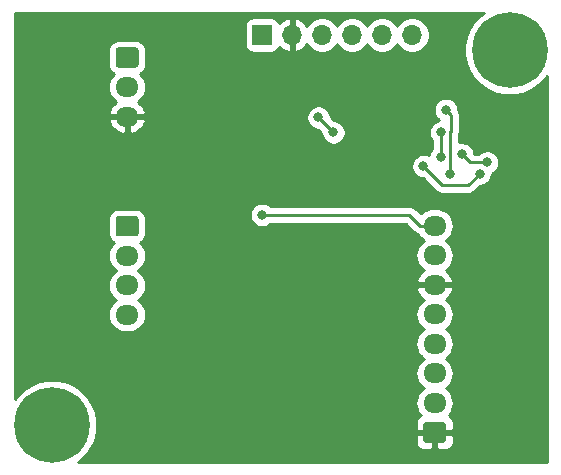
<source format=gbr>
G04 #@! TF.GenerationSoftware,KiCad,Pcbnew,(5.1.5)-3*
G04 #@! TF.CreationDate,2020-09-26T22:29:55+02:00*
G04 #@! TF.ProjectId,KnokooPedalCtrl,4b6e6f6b-6f6f-4506-9564-616c4374726c,v0.0*
G04 #@! TF.SameCoordinates,Original*
G04 #@! TF.FileFunction,Copper,L2,Bot*
G04 #@! TF.FilePolarity,Positive*
%FSLAX46Y46*%
G04 Gerber Fmt 4.6, Leading zero omitted, Abs format (unit mm)*
G04 Created by KiCad (PCBNEW (5.1.5)-3) date 2020-09-26 22:29:55*
%MOMM*%
%LPD*%
G04 APERTURE LIST*
%ADD10O,1.950000X1.700000*%
%ADD11C,0.100000*%
%ADD12O,1.700000X1.700000*%
%ADD13R,1.700000X1.700000*%
%ADD14C,0.800000*%
%ADD15C,6.400000*%
%ADD16C,0.250000*%
%ADD17C,0.254000*%
G04 APERTURE END LIST*
D10*
X64770000Y-82112500D03*
X64770000Y-79612500D03*
X64770000Y-77112500D03*
G04 #@! TA.AperFunction,ComponentPad*
D11*
G36*
X65519504Y-73763704D02*
G01*
X65543773Y-73767304D01*
X65567571Y-73773265D01*
X65590671Y-73781530D01*
X65612849Y-73792020D01*
X65633893Y-73804633D01*
X65653598Y-73819247D01*
X65671777Y-73835723D01*
X65688253Y-73853902D01*
X65702867Y-73873607D01*
X65715480Y-73894651D01*
X65725970Y-73916829D01*
X65734235Y-73939929D01*
X65740196Y-73963727D01*
X65743796Y-73987996D01*
X65745000Y-74012500D01*
X65745000Y-75212500D01*
X65743796Y-75237004D01*
X65740196Y-75261273D01*
X65734235Y-75285071D01*
X65725970Y-75308171D01*
X65715480Y-75330349D01*
X65702867Y-75351393D01*
X65688253Y-75371098D01*
X65671777Y-75389277D01*
X65653598Y-75405753D01*
X65633893Y-75420367D01*
X65612849Y-75432980D01*
X65590671Y-75443470D01*
X65567571Y-75451735D01*
X65543773Y-75457696D01*
X65519504Y-75461296D01*
X65495000Y-75462500D01*
X64045000Y-75462500D01*
X64020496Y-75461296D01*
X63996227Y-75457696D01*
X63972429Y-75451735D01*
X63949329Y-75443470D01*
X63927151Y-75432980D01*
X63906107Y-75420367D01*
X63886402Y-75405753D01*
X63868223Y-75389277D01*
X63851747Y-75371098D01*
X63837133Y-75351393D01*
X63824520Y-75330349D01*
X63814030Y-75308171D01*
X63805765Y-75285071D01*
X63799804Y-75261273D01*
X63796204Y-75237004D01*
X63795000Y-75212500D01*
X63795000Y-74012500D01*
X63796204Y-73987996D01*
X63799804Y-73963727D01*
X63805765Y-73939929D01*
X63814030Y-73916829D01*
X63824520Y-73894651D01*
X63837133Y-73873607D01*
X63851747Y-73853902D01*
X63868223Y-73835723D01*
X63886402Y-73819247D01*
X63906107Y-73804633D01*
X63927151Y-73792020D01*
X63949329Y-73781530D01*
X63972429Y-73773265D01*
X63996227Y-73767304D01*
X64020496Y-73763704D01*
X64045000Y-73762500D01*
X65495000Y-73762500D01*
X65519504Y-73763704D01*
G37*
G04 #@! TD.AperFunction*
D12*
X88900000Y-58420000D03*
X86360000Y-58420000D03*
X83820000Y-58420000D03*
X81280000Y-58420000D03*
X78740000Y-58420000D03*
D13*
X76200000Y-58420000D03*
D10*
X90805000Y-74575000D03*
X90805000Y-77075000D03*
X90805000Y-79575000D03*
X90805000Y-82075000D03*
X90805000Y-84575000D03*
X90805000Y-87075000D03*
X90805000Y-89575000D03*
G04 #@! TA.AperFunction,ComponentPad*
D11*
G36*
X91554504Y-91226204D02*
G01*
X91578773Y-91229804D01*
X91602571Y-91235765D01*
X91625671Y-91244030D01*
X91647849Y-91254520D01*
X91668893Y-91267133D01*
X91688598Y-91281747D01*
X91706777Y-91298223D01*
X91723253Y-91316402D01*
X91737867Y-91336107D01*
X91750480Y-91357151D01*
X91760970Y-91379329D01*
X91769235Y-91402429D01*
X91775196Y-91426227D01*
X91778796Y-91450496D01*
X91780000Y-91475000D01*
X91780000Y-92675000D01*
X91778796Y-92699504D01*
X91775196Y-92723773D01*
X91769235Y-92747571D01*
X91760970Y-92770671D01*
X91750480Y-92792849D01*
X91737867Y-92813893D01*
X91723253Y-92833598D01*
X91706777Y-92851777D01*
X91688598Y-92868253D01*
X91668893Y-92882867D01*
X91647849Y-92895480D01*
X91625671Y-92905970D01*
X91602571Y-92914235D01*
X91578773Y-92920196D01*
X91554504Y-92923796D01*
X91530000Y-92925000D01*
X90080000Y-92925000D01*
X90055496Y-92923796D01*
X90031227Y-92920196D01*
X90007429Y-92914235D01*
X89984329Y-92905970D01*
X89962151Y-92895480D01*
X89941107Y-92882867D01*
X89921402Y-92868253D01*
X89903223Y-92851777D01*
X89886747Y-92833598D01*
X89872133Y-92813893D01*
X89859520Y-92792849D01*
X89849030Y-92770671D01*
X89840765Y-92747571D01*
X89834804Y-92723773D01*
X89831204Y-92699504D01*
X89830000Y-92675000D01*
X89830000Y-91475000D01*
X89831204Y-91450496D01*
X89834804Y-91426227D01*
X89840765Y-91402429D01*
X89849030Y-91379329D01*
X89859520Y-91357151D01*
X89872133Y-91336107D01*
X89886747Y-91316402D01*
X89903223Y-91298223D01*
X89921402Y-91281747D01*
X89941107Y-91267133D01*
X89962151Y-91254520D01*
X89984329Y-91244030D01*
X90007429Y-91235765D01*
X90031227Y-91229804D01*
X90055496Y-91226204D01*
X90080000Y-91225000D01*
X91530000Y-91225000D01*
X91554504Y-91226204D01*
G37*
G04 #@! TD.AperFunction*
D10*
X64770000Y-65325000D03*
X64770000Y-62825000D03*
G04 #@! TA.AperFunction,ComponentPad*
D11*
G36*
X65519504Y-59476204D02*
G01*
X65543773Y-59479804D01*
X65567571Y-59485765D01*
X65590671Y-59494030D01*
X65612849Y-59504520D01*
X65633893Y-59517133D01*
X65653598Y-59531747D01*
X65671777Y-59548223D01*
X65688253Y-59566402D01*
X65702867Y-59586107D01*
X65715480Y-59607151D01*
X65725970Y-59629329D01*
X65734235Y-59652429D01*
X65740196Y-59676227D01*
X65743796Y-59700496D01*
X65745000Y-59725000D01*
X65745000Y-60925000D01*
X65743796Y-60949504D01*
X65740196Y-60973773D01*
X65734235Y-60997571D01*
X65725970Y-61020671D01*
X65715480Y-61042849D01*
X65702867Y-61063893D01*
X65688253Y-61083598D01*
X65671777Y-61101777D01*
X65653598Y-61118253D01*
X65633893Y-61132867D01*
X65612849Y-61145480D01*
X65590671Y-61155970D01*
X65567571Y-61164235D01*
X65543773Y-61170196D01*
X65519504Y-61173796D01*
X65495000Y-61175000D01*
X64045000Y-61175000D01*
X64020496Y-61173796D01*
X63996227Y-61170196D01*
X63972429Y-61164235D01*
X63949329Y-61155970D01*
X63927151Y-61145480D01*
X63906107Y-61132867D01*
X63886402Y-61118253D01*
X63868223Y-61101777D01*
X63851747Y-61083598D01*
X63837133Y-61063893D01*
X63824520Y-61042849D01*
X63814030Y-61020671D01*
X63805765Y-60997571D01*
X63799804Y-60973773D01*
X63796204Y-60949504D01*
X63795000Y-60925000D01*
X63795000Y-59725000D01*
X63796204Y-59700496D01*
X63799804Y-59676227D01*
X63805765Y-59652429D01*
X63814030Y-59629329D01*
X63824520Y-59607151D01*
X63837133Y-59586107D01*
X63851747Y-59566402D01*
X63868223Y-59548223D01*
X63886402Y-59531747D01*
X63906107Y-59517133D01*
X63927151Y-59504520D01*
X63949329Y-59494030D01*
X63972429Y-59485765D01*
X63996227Y-59479804D01*
X64020496Y-59476204D01*
X64045000Y-59475000D01*
X65495000Y-59475000D01*
X65519504Y-59476204D01*
G37*
G04 #@! TD.AperFunction*
D14*
X60117056Y-89742944D03*
X58420000Y-89040000D03*
X56722944Y-89742944D03*
X56020000Y-91440000D03*
X56722944Y-93137056D03*
X58420000Y-93840000D03*
X60117056Y-93137056D03*
X60820000Y-91440000D03*
D15*
X58420000Y-91440000D03*
D14*
X98852056Y-57992944D03*
X97155000Y-57290000D03*
X95457944Y-57992944D03*
X94755000Y-59690000D03*
X95457944Y-61387056D03*
X97155000Y-62090000D03*
X98852056Y-61387056D03*
X99555000Y-59690000D03*
D15*
X97155000Y-59690000D03*
D14*
X77470000Y-83820000D03*
X89852500Y-69532500D03*
X94615000Y-70167500D03*
X91349990Y-68769832D03*
X91349990Y-66667472D03*
X92075000Y-70167500D03*
X91757500Y-64770000D03*
X76200000Y-73660000D03*
X95250000Y-69215000D03*
X93115005Y-68519777D03*
X82232500Y-66675000D03*
X80962500Y-65405000D03*
D16*
X93662500Y-71120000D02*
X94615000Y-70167500D01*
X89852500Y-69532500D02*
X91440000Y-71120000D01*
X91440000Y-71120000D02*
X93662500Y-71120000D01*
X91349990Y-68769832D02*
X91349990Y-66667472D01*
X92157499Y-66592501D02*
X92157499Y-65169999D01*
X92075000Y-66675000D02*
X92157499Y-66592501D01*
X92157499Y-65169999D02*
X91757500Y-64770000D01*
X92075000Y-70167500D02*
X92075000Y-66675000D01*
X92075000Y-66675000D02*
X92075000Y-66544173D01*
X89580000Y-74575000D02*
X88665000Y-73660000D01*
X90805000Y-74575000D02*
X89580000Y-74575000D01*
X88665000Y-73660000D02*
X76200000Y-73660000D01*
X93810228Y-69215000D02*
X93115005Y-68519777D01*
X95250000Y-69215000D02*
X93810228Y-69215000D01*
X82232500Y-66675000D02*
X80962500Y-65405000D01*
D17*
G36*
X94710330Y-56711161D02*
G01*
X94176161Y-57245330D01*
X93756467Y-57873446D01*
X93467377Y-58571372D01*
X93320000Y-59312285D01*
X93320000Y-60067715D01*
X93467377Y-60808628D01*
X93756467Y-61506554D01*
X94176161Y-62134670D01*
X94710330Y-62668839D01*
X95338446Y-63088533D01*
X96036372Y-63377623D01*
X96777285Y-63525000D01*
X97532715Y-63525000D01*
X98273628Y-63377623D01*
X98971554Y-63088533D01*
X99599670Y-62668839D01*
X100133839Y-62134670D01*
X100305001Y-61878509D01*
X100305000Y-70517418D01*
X100305001Y-70517428D01*
X100305000Y-94590000D01*
X60608510Y-94590000D01*
X60864670Y-94418839D01*
X61398839Y-93884670D01*
X61818533Y-93256554D01*
X61955866Y-92925000D01*
X89191928Y-92925000D01*
X89204188Y-93049482D01*
X89240498Y-93169180D01*
X89299463Y-93279494D01*
X89378815Y-93376185D01*
X89475506Y-93455537D01*
X89585820Y-93514502D01*
X89705518Y-93550812D01*
X89830000Y-93563072D01*
X90519250Y-93560000D01*
X90678000Y-93401250D01*
X90678000Y-92202000D01*
X90932000Y-92202000D01*
X90932000Y-93401250D01*
X91090750Y-93560000D01*
X91780000Y-93563072D01*
X91904482Y-93550812D01*
X92024180Y-93514502D01*
X92134494Y-93455537D01*
X92231185Y-93376185D01*
X92310537Y-93279494D01*
X92369502Y-93169180D01*
X92405812Y-93049482D01*
X92418072Y-92925000D01*
X92415000Y-92360750D01*
X92256250Y-92202000D01*
X90932000Y-92202000D01*
X90678000Y-92202000D01*
X89353750Y-92202000D01*
X89195000Y-92360750D01*
X89191928Y-92925000D01*
X61955866Y-92925000D01*
X62107623Y-92558628D01*
X62255000Y-91817715D01*
X62255000Y-91062285D01*
X62107623Y-90321372D01*
X61818533Y-89623446D01*
X61398839Y-88995330D01*
X60864670Y-88461161D01*
X60236554Y-88041467D01*
X59538628Y-87752377D01*
X58797715Y-87605000D01*
X58042285Y-87605000D01*
X57301372Y-87752377D01*
X56603446Y-88041467D01*
X55975330Y-88461161D01*
X55441161Y-88995330D01*
X55270000Y-89251490D01*
X55270000Y-77112500D01*
X63152815Y-77112500D01*
X63181487Y-77403611D01*
X63266401Y-77683534D01*
X63404294Y-77941514D01*
X63589866Y-78167634D01*
X63815986Y-78353206D01*
X63833374Y-78362500D01*
X63815986Y-78371794D01*
X63589866Y-78557366D01*
X63404294Y-78783486D01*
X63266401Y-79041466D01*
X63181487Y-79321389D01*
X63152815Y-79612500D01*
X63181487Y-79903611D01*
X63266401Y-80183534D01*
X63404294Y-80441514D01*
X63589866Y-80667634D01*
X63815986Y-80853206D01*
X63833374Y-80862500D01*
X63815986Y-80871794D01*
X63589866Y-81057366D01*
X63404294Y-81283486D01*
X63266401Y-81541466D01*
X63181487Y-81821389D01*
X63152815Y-82112500D01*
X63181487Y-82403611D01*
X63266401Y-82683534D01*
X63404294Y-82941514D01*
X63589866Y-83167634D01*
X63815986Y-83353206D01*
X64073966Y-83491099D01*
X64353889Y-83576013D01*
X64572050Y-83597500D01*
X64967950Y-83597500D01*
X65186111Y-83576013D01*
X65466034Y-83491099D01*
X65724014Y-83353206D01*
X65950134Y-83167634D01*
X66135706Y-82941514D01*
X66273599Y-82683534D01*
X66358513Y-82403611D01*
X66387185Y-82112500D01*
X66383492Y-82075000D01*
X89187815Y-82075000D01*
X89216487Y-82366111D01*
X89301401Y-82646034D01*
X89439294Y-82904014D01*
X89624866Y-83130134D01*
X89850986Y-83315706D01*
X89868374Y-83325000D01*
X89850986Y-83334294D01*
X89624866Y-83519866D01*
X89439294Y-83745986D01*
X89301401Y-84003966D01*
X89216487Y-84283889D01*
X89187815Y-84575000D01*
X89216487Y-84866111D01*
X89301401Y-85146034D01*
X89439294Y-85404014D01*
X89624866Y-85630134D01*
X89850986Y-85815706D01*
X89868374Y-85825000D01*
X89850986Y-85834294D01*
X89624866Y-86019866D01*
X89439294Y-86245986D01*
X89301401Y-86503966D01*
X89216487Y-86783889D01*
X89187815Y-87075000D01*
X89216487Y-87366111D01*
X89301401Y-87646034D01*
X89439294Y-87904014D01*
X89624866Y-88130134D01*
X89850986Y-88315706D01*
X89868374Y-88325000D01*
X89850986Y-88334294D01*
X89624866Y-88519866D01*
X89439294Y-88745986D01*
X89301401Y-89003966D01*
X89216487Y-89283889D01*
X89187815Y-89575000D01*
X89216487Y-89866111D01*
X89301401Y-90146034D01*
X89439294Y-90404014D01*
X89620608Y-90624945D01*
X89585820Y-90635498D01*
X89475506Y-90694463D01*
X89378815Y-90773815D01*
X89299463Y-90870506D01*
X89240498Y-90980820D01*
X89204188Y-91100518D01*
X89191928Y-91225000D01*
X89195000Y-91789250D01*
X89353750Y-91948000D01*
X90678000Y-91948000D01*
X90678000Y-91928000D01*
X90932000Y-91928000D01*
X90932000Y-91948000D01*
X92256250Y-91948000D01*
X92415000Y-91789250D01*
X92418072Y-91225000D01*
X92405812Y-91100518D01*
X92369502Y-90980820D01*
X92310537Y-90870506D01*
X92231185Y-90773815D01*
X92134494Y-90694463D01*
X92024180Y-90635498D01*
X91989392Y-90624945D01*
X92170706Y-90404014D01*
X92308599Y-90146034D01*
X92393513Y-89866111D01*
X92422185Y-89575000D01*
X92393513Y-89283889D01*
X92308599Y-89003966D01*
X92170706Y-88745986D01*
X91985134Y-88519866D01*
X91759014Y-88334294D01*
X91741626Y-88325000D01*
X91759014Y-88315706D01*
X91985134Y-88130134D01*
X92170706Y-87904014D01*
X92308599Y-87646034D01*
X92393513Y-87366111D01*
X92422185Y-87075000D01*
X92393513Y-86783889D01*
X92308599Y-86503966D01*
X92170706Y-86245986D01*
X91985134Y-86019866D01*
X91759014Y-85834294D01*
X91741626Y-85825000D01*
X91759014Y-85815706D01*
X91985134Y-85630134D01*
X92170706Y-85404014D01*
X92308599Y-85146034D01*
X92393513Y-84866111D01*
X92422185Y-84575000D01*
X92393513Y-84283889D01*
X92308599Y-84003966D01*
X92170706Y-83745986D01*
X91985134Y-83519866D01*
X91759014Y-83334294D01*
X91741626Y-83325000D01*
X91759014Y-83315706D01*
X91985134Y-83130134D01*
X92170706Y-82904014D01*
X92308599Y-82646034D01*
X92393513Y-82366111D01*
X92422185Y-82075000D01*
X92393513Y-81783889D01*
X92308599Y-81503966D01*
X92170706Y-81245986D01*
X91985134Y-81019866D01*
X91759014Y-80834294D01*
X91733278Y-80820538D01*
X91939429Y-80664049D01*
X92132496Y-80446193D01*
X92279352Y-80194858D01*
X92371476Y-79931890D01*
X92250155Y-79702000D01*
X90932000Y-79702000D01*
X90932000Y-79722000D01*
X90678000Y-79722000D01*
X90678000Y-79702000D01*
X89359845Y-79702000D01*
X89238524Y-79931890D01*
X89330648Y-80194858D01*
X89477504Y-80446193D01*
X89670571Y-80664049D01*
X89876722Y-80820538D01*
X89850986Y-80834294D01*
X89624866Y-81019866D01*
X89439294Y-81245986D01*
X89301401Y-81503966D01*
X89216487Y-81783889D01*
X89187815Y-82075000D01*
X66383492Y-82075000D01*
X66358513Y-81821389D01*
X66273599Y-81541466D01*
X66135706Y-81283486D01*
X65950134Y-81057366D01*
X65724014Y-80871794D01*
X65706626Y-80862500D01*
X65724014Y-80853206D01*
X65950134Y-80667634D01*
X66135706Y-80441514D01*
X66273599Y-80183534D01*
X66358513Y-79903611D01*
X66387185Y-79612500D01*
X66358513Y-79321389D01*
X66273599Y-79041466D01*
X66135706Y-78783486D01*
X65950134Y-78557366D01*
X65724014Y-78371794D01*
X65706626Y-78362500D01*
X65724014Y-78353206D01*
X65950134Y-78167634D01*
X66135706Y-77941514D01*
X66273599Y-77683534D01*
X66358513Y-77403611D01*
X66387185Y-77112500D01*
X66358513Y-76821389D01*
X66273599Y-76541466D01*
X66135706Y-76283486D01*
X65950134Y-76057366D01*
X65886663Y-76005277D01*
X65988386Y-75950905D01*
X66122962Y-75840462D01*
X66233405Y-75705886D01*
X66315472Y-75552350D01*
X66366008Y-75385754D01*
X66383072Y-75212500D01*
X66383072Y-74012500D01*
X66366008Y-73839246D01*
X66315472Y-73672650D01*
X66254223Y-73558061D01*
X75165000Y-73558061D01*
X75165000Y-73761939D01*
X75204774Y-73961898D01*
X75282795Y-74150256D01*
X75396063Y-74319774D01*
X75540226Y-74463937D01*
X75709744Y-74577205D01*
X75898102Y-74655226D01*
X76098061Y-74695000D01*
X76301939Y-74695000D01*
X76501898Y-74655226D01*
X76690256Y-74577205D01*
X76859774Y-74463937D01*
X76903711Y-74420000D01*
X88350198Y-74420000D01*
X89016205Y-75086008D01*
X89039999Y-75115001D01*
X89068992Y-75138795D01*
X89068996Y-75138799D01*
X89139685Y-75196811D01*
X89155724Y-75209974D01*
X89287753Y-75280546D01*
X89389854Y-75311517D01*
X89439294Y-75404014D01*
X89624866Y-75630134D01*
X89850986Y-75815706D01*
X89868374Y-75825000D01*
X89850986Y-75834294D01*
X89624866Y-76019866D01*
X89439294Y-76245986D01*
X89301401Y-76503966D01*
X89216487Y-76783889D01*
X89187815Y-77075000D01*
X89216487Y-77366111D01*
X89301401Y-77646034D01*
X89439294Y-77904014D01*
X89624866Y-78130134D01*
X89850986Y-78315706D01*
X89876722Y-78329462D01*
X89670571Y-78485951D01*
X89477504Y-78703807D01*
X89330648Y-78955142D01*
X89238524Y-79218110D01*
X89359845Y-79448000D01*
X90678000Y-79448000D01*
X90678000Y-79428000D01*
X90932000Y-79428000D01*
X90932000Y-79448000D01*
X92250155Y-79448000D01*
X92371476Y-79218110D01*
X92279352Y-78955142D01*
X92132496Y-78703807D01*
X91939429Y-78485951D01*
X91733278Y-78329462D01*
X91759014Y-78315706D01*
X91985134Y-78130134D01*
X92170706Y-77904014D01*
X92308599Y-77646034D01*
X92393513Y-77366111D01*
X92422185Y-77075000D01*
X92393513Y-76783889D01*
X92308599Y-76503966D01*
X92170706Y-76245986D01*
X91985134Y-76019866D01*
X91759014Y-75834294D01*
X91741626Y-75825000D01*
X91759014Y-75815706D01*
X91985134Y-75630134D01*
X92170706Y-75404014D01*
X92308599Y-75146034D01*
X92393513Y-74866111D01*
X92422185Y-74575000D01*
X92393513Y-74283889D01*
X92308599Y-74003966D01*
X92170706Y-73745986D01*
X91985134Y-73519866D01*
X91759014Y-73334294D01*
X91501034Y-73196401D01*
X91221111Y-73111487D01*
X91002950Y-73090000D01*
X90607050Y-73090000D01*
X90388889Y-73111487D01*
X90108966Y-73196401D01*
X89850986Y-73334294D01*
X89624866Y-73519866D01*
X89613508Y-73533706D01*
X89228803Y-73149002D01*
X89205001Y-73119999D01*
X89089276Y-73025026D01*
X88957247Y-72954454D01*
X88813986Y-72910997D01*
X88702333Y-72900000D01*
X88702322Y-72900000D01*
X88665000Y-72896324D01*
X88627678Y-72900000D01*
X76903711Y-72900000D01*
X76859774Y-72856063D01*
X76690256Y-72742795D01*
X76501898Y-72664774D01*
X76301939Y-72625000D01*
X76098061Y-72625000D01*
X75898102Y-72664774D01*
X75709744Y-72742795D01*
X75540226Y-72856063D01*
X75396063Y-73000226D01*
X75282795Y-73169744D01*
X75204774Y-73358102D01*
X75165000Y-73558061D01*
X66254223Y-73558061D01*
X66233405Y-73519114D01*
X66122962Y-73384538D01*
X65988386Y-73274095D01*
X65834850Y-73192028D01*
X65668254Y-73141492D01*
X65495000Y-73124428D01*
X64045000Y-73124428D01*
X63871746Y-73141492D01*
X63705150Y-73192028D01*
X63551614Y-73274095D01*
X63417038Y-73384538D01*
X63306595Y-73519114D01*
X63224528Y-73672650D01*
X63173992Y-73839246D01*
X63156928Y-74012500D01*
X63156928Y-75212500D01*
X63173992Y-75385754D01*
X63224528Y-75552350D01*
X63306595Y-75705886D01*
X63417038Y-75840462D01*
X63551614Y-75950905D01*
X63653337Y-76005277D01*
X63589866Y-76057366D01*
X63404294Y-76283486D01*
X63266401Y-76541466D01*
X63181487Y-76821389D01*
X63152815Y-77112500D01*
X55270000Y-77112500D01*
X55270000Y-69430561D01*
X88817500Y-69430561D01*
X88817500Y-69634439D01*
X88857274Y-69834398D01*
X88935295Y-70022756D01*
X89048563Y-70192274D01*
X89192726Y-70336437D01*
X89362244Y-70449705D01*
X89550602Y-70527726D01*
X89750561Y-70567500D01*
X89812699Y-70567500D01*
X90876201Y-71631003D01*
X90899999Y-71660001D01*
X90928997Y-71683799D01*
X91015723Y-71754974D01*
X91147753Y-71825546D01*
X91291014Y-71869003D01*
X91402667Y-71880000D01*
X91402676Y-71880000D01*
X91439999Y-71883676D01*
X91477322Y-71880000D01*
X93625178Y-71880000D01*
X93662500Y-71883676D01*
X93699822Y-71880000D01*
X93699833Y-71880000D01*
X93811486Y-71869003D01*
X93954747Y-71825546D01*
X94086776Y-71754974D01*
X94202501Y-71660001D01*
X94226303Y-71630998D01*
X94654802Y-71202500D01*
X94716939Y-71202500D01*
X94916898Y-71162726D01*
X95105256Y-71084705D01*
X95274774Y-70971437D01*
X95418937Y-70827274D01*
X95532205Y-70657756D01*
X95610226Y-70469398D01*
X95650000Y-70269439D01*
X95650000Y-70169591D01*
X95740256Y-70132205D01*
X95909774Y-70018937D01*
X96053937Y-69874774D01*
X96167205Y-69705256D01*
X96245226Y-69516898D01*
X96285000Y-69316939D01*
X96285000Y-69113061D01*
X96245226Y-68913102D01*
X96167205Y-68724744D01*
X96053937Y-68555226D01*
X95909774Y-68411063D01*
X95740256Y-68297795D01*
X95551898Y-68219774D01*
X95351939Y-68180000D01*
X95148061Y-68180000D01*
X94948102Y-68219774D01*
X94759744Y-68297795D01*
X94590226Y-68411063D01*
X94546289Y-68455000D01*
X94150005Y-68455000D01*
X94150005Y-68417838D01*
X94110231Y-68217879D01*
X94032210Y-68029521D01*
X93918942Y-67860003D01*
X93774779Y-67715840D01*
X93605261Y-67602572D01*
X93416903Y-67524551D01*
X93216944Y-67484777D01*
X93013066Y-67484777D01*
X92835000Y-67520196D01*
X92835000Y-66937216D01*
X92863045Y-66884748D01*
X92906502Y-66741487D01*
X92917499Y-66629834D01*
X92917499Y-66629824D01*
X92921175Y-66592502D01*
X92917499Y-66555179D01*
X92917499Y-65207321D01*
X92921175Y-65169998D01*
X92917499Y-65132676D01*
X92917499Y-65132666D01*
X92906502Y-65021013D01*
X92863045Y-64877752D01*
X92792500Y-64745774D01*
X92792500Y-64668061D01*
X92752726Y-64468102D01*
X92674705Y-64279744D01*
X92561437Y-64110226D01*
X92417274Y-63966063D01*
X92247756Y-63852795D01*
X92059398Y-63774774D01*
X91859439Y-63735000D01*
X91655561Y-63735000D01*
X91455602Y-63774774D01*
X91267244Y-63852795D01*
X91097726Y-63966063D01*
X90953563Y-64110226D01*
X90840295Y-64279744D01*
X90762274Y-64468102D01*
X90722500Y-64668061D01*
X90722500Y-64871939D01*
X90762274Y-65071898D01*
X90840295Y-65260256D01*
X90953563Y-65429774D01*
X91097726Y-65573937D01*
X91199718Y-65642086D01*
X91048092Y-65672246D01*
X90859734Y-65750267D01*
X90690216Y-65863535D01*
X90546053Y-66007698D01*
X90432785Y-66177216D01*
X90354764Y-66365574D01*
X90314990Y-66565533D01*
X90314990Y-66769411D01*
X90354764Y-66969370D01*
X90432785Y-67157728D01*
X90546053Y-67327246D01*
X90589991Y-67371184D01*
X90589990Y-68066121D01*
X90546053Y-68110058D01*
X90432785Y-68279576D01*
X90354764Y-68467934D01*
X90326769Y-68608673D01*
X90154398Y-68537274D01*
X89954439Y-68497500D01*
X89750561Y-68497500D01*
X89550602Y-68537274D01*
X89362244Y-68615295D01*
X89192726Y-68728563D01*
X89048563Y-68872726D01*
X88935295Y-69042244D01*
X88857274Y-69230602D01*
X88817500Y-69430561D01*
X55270000Y-69430561D01*
X55270000Y-65681890D01*
X63203524Y-65681890D01*
X63295648Y-65944858D01*
X63442504Y-66196193D01*
X63635571Y-66414049D01*
X63867430Y-66590053D01*
X64129170Y-66717442D01*
X64410733Y-66791320D01*
X64643000Y-66651165D01*
X64643000Y-65452000D01*
X64897000Y-65452000D01*
X64897000Y-66651165D01*
X65129267Y-66791320D01*
X65410830Y-66717442D01*
X65672570Y-66590053D01*
X65904429Y-66414049D01*
X66097496Y-66196193D01*
X66244352Y-65944858D01*
X66336476Y-65681890D01*
X66215155Y-65452000D01*
X64897000Y-65452000D01*
X64643000Y-65452000D01*
X63324845Y-65452000D01*
X63203524Y-65681890D01*
X55270000Y-65681890D01*
X55270000Y-65303061D01*
X79927500Y-65303061D01*
X79927500Y-65506939D01*
X79967274Y-65706898D01*
X80045295Y-65895256D01*
X80158563Y-66064774D01*
X80302726Y-66208937D01*
X80472244Y-66322205D01*
X80660602Y-66400226D01*
X80860561Y-66440000D01*
X80922699Y-66440000D01*
X81197500Y-66714802D01*
X81197500Y-66776939D01*
X81237274Y-66976898D01*
X81315295Y-67165256D01*
X81428563Y-67334774D01*
X81572726Y-67478937D01*
X81742244Y-67592205D01*
X81930602Y-67670226D01*
X82130561Y-67710000D01*
X82334439Y-67710000D01*
X82534398Y-67670226D01*
X82722756Y-67592205D01*
X82892274Y-67478937D01*
X83036437Y-67334774D01*
X83149705Y-67165256D01*
X83227726Y-66976898D01*
X83267500Y-66776939D01*
X83267500Y-66573061D01*
X83227726Y-66373102D01*
X83149705Y-66184744D01*
X83036437Y-66015226D01*
X82892274Y-65871063D01*
X82722756Y-65757795D01*
X82534398Y-65679774D01*
X82334439Y-65640000D01*
X82272302Y-65640000D01*
X81997500Y-65365199D01*
X81997500Y-65303061D01*
X81957726Y-65103102D01*
X81879705Y-64914744D01*
X81766437Y-64745226D01*
X81622274Y-64601063D01*
X81452756Y-64487795D01*
X81264398Y-64409774D01*
X81064439Y-64370000D01*
X80860561Y-64370000D01*
X80660602Y-64409774D01*
X80472244Y-64487795D01*
X80302726Y-64601063D01*
X80158563Y-64745226D01*
X80045295Y-64914744D01*
X79967274Y-65103102D01*
X79927500Y-65303061D01*
X55270000Y-65303061D01*
X55270000Y-62825000D01*
X63152815Y-62825000D01*
X63181487Y-63116111D01*
X63266401Y-63396034D01*
X63404294Y-63654014D01*
X63589866Y-63880134D01*
X63815986Y-64065706D01*
X63841722Y-64079462D01*
X63635571Y-64235951D01*
X63442504Y-64453807D01*
X63295648Y-64705142D01*
X63203524Y-64968110D01*
X63324845Y-65198000D01*
X64643000Y-65198000D01*
X64643000Y-65178000D01*
X64897000Y-65178000D01*
X64897000Y-65198000D01*
X66215155Y-65198000D01*
X66336476Y-64968110D01*
X66244352Y-64705142D01*
X66097496Y-64453807D01*
X65904429Y-64235951D01*
X65698278Y-64079462D01*
X65724014Y-64065706D01*
X65950134Y-63880134D01*
X66135706Y-63654014D01*
X66273599Y-63396034D01*
X66358513Y-63116111D01*
X66387185Y-62825000D01*
X66358513Y-62533889D01*
X66273599Y-62253966D01*
X66135706Y-61995986D01*
X65950134Y-61769866D01*
X65886663Y-61717777D01*
X65988386Y-61663405D01*
X66122962Y-61552962D01*
X66233405Y-61418386D01*
X66315472Y-61264850D01*
X66366008Y-61098254D01*
X66383072Y-60925000D01*
X66383072Y-59725000D01*
X66366008Y-59551746D01*
X66315472Y-59385150D01*
X66233405Y-59231614D01*
X66122962Y-59097038D01*
X65988386Y-58986595D01*
X65834850Y-58904528D01*
X65668254Y-58853992D01*
X65495000Y-58836928D01*
X64045000Y-58836928D01*
X63871746Y-58853992D01*
X63705150Y-58904528D01*
X63551614Y-58986595D01*
X63417038Y-59097038D01*
X63306595Y-59231614D01*
X63224528Y-59385150D01*
X63173992Y-59551746D01*
X63156928Y-59725000D01*
X63156928Y-60925000D01*
X63173992Y-61098254D01*
X63224528Y-61264850D01*
X63306595Y-61418386D01*
X63417038Y-61552962D01*
X63551614Y-61663405D01*
X63653337Y-61717777D01*
X63589866Y-61769866D01*
X63404294Y-61995986D01*
X63266401Y-62253966D01*
X63181487Y-62533889D01*
X63152815Y-62825000D01*
X55270000Y-62825000D01*
X55270000Y-57570000D01*
X74711928Y-57570000D01*
X74711928Y-59270000D01*
X74724188Y-59394482D01*
X74760498Y-59514180D01*
X74819463Y-59624494D01*
X74898815Y-59721185D01*
X74995506Y-59800537D01*
X75105820Y-59859502D01*
X75225518Y-59895812D01*
X75350000Y-59908072D01*
X77050000Y-59908072D01*
X77174482Y-59895812D01*
X77294180Y-59859502D01*
X77404494Y-59800537D01*
X77501185Y-59721185D01*
X77580537Y-59624494D01*
X77639502Y-59514180D01*
X77663966Y-59433534D01*
X77739731Y-59517588D01*
X77973080Y-59691641D01*
X78235901Y-59816825D01*
X78383110Y-59861476D01*
X78613000Y-59740155D01*
X78613000Y-58547000D01*
X78593000Y-58547000D01*
X78593000Y-58293000D01*
X78613000Y-58293000D01*
X78613000Y-57099845D01*
X78867000Y-57099845D01*
X78867000Y-58293000D01*
X78887000Y-58293000D01*
X78887000Y-58547000D01*
X78867000Y-58547000D01*
X78867000Y-59740155D01*
X79096890Y-59861476D01*
X79244099Y-59816825D01*
X79506920Y-59691641D01*
X79740269Y-59517588D01*
X79935178Y-59301355D01*
X80004805Y-59184466D01*
X80126525Y-59366632D01*
X80333368Y-59573475D01*
X80576589Y-59735990D01*
X80846842Y-59847932D01*
X81133740Y-59905000D01*
X81426260Y-59905000D01*
X81713158Y-59847932D01*
X81983411Y-59735990D01*
X82226632Y-59573475D01*
X82433475Y-59366632D01*
X82550000Y-59192240D01*
X82666525Y-59366632D01*
X82873368Y-59573475D01*
X83116589Y-59735990D01*
X83386842Y-59847932D01*
X83673740Y-59905000D01*
X83966260Y-59905000D01*
X84253158Y-59847932D01*
X84523411Y-59735990D01*
X84766632Y-59573475D01*
X84973475Y-59366632D01*
X85090000Y-59192240D01*
X85206525Y-59366632D01*
X85413368Y-59573475D01*
X85656589Y-59735990D01*
X85926842Y-59847932D01*
X86213740Y-59905000D01*
X86506260Y-59905000D01*
X86793158Y-59847932D01*
X87063411Y-59735990D01*
X87306632Y-59573475D01*
X87513475Y-59366632D01*
X87630000Y-59192240D01*
X87746525Y-59366632D01*
X87953368Y-59573475D01*
X88196589Y-59735990D01*
X88466842Y-59847932D01*
X88753740Y-59905000D01*
X89046260Y-59905000D01*
X89333158Y-59847932D01*
X89603411Y-59735990D01*
X89846632Y-59573475D01*
X90053475Y-59366632D01*
X90215990Y-59123411D01*
X90327932Y-58853158D01*
X90385000Y-58566260D01*
X90385000Y-58273740D01*
X90327932Y-57986842D01*
X90215990Y-57716589D01*
X90053475Y-57473368D01*
X89846632Y-57266525D01*
X89603411Y-57104010D01*
X89333158Y-56992068D01*
X89046260Y-56935000D01*
X88753740Y-56935000D01*
X88466842Y-56992068D01*
X88196589Y-57104010D01*
X87953368Y-57266525D01*
X87746525Y-57473368D01*
X87630000Y-57647760D01*
X87513475Y-57473368D01*
X87306632Y-57266525D01*
X87063411Y-57104010D01*
X86793158Y-56992068D01*
X86506260Y-56935000D01*
X86213740Y-56935000D01*
X85926842Y-56992068D01*
X85656589Y-57104010D01*
X85413368Y-57266525D01*
X85206525Y-57473368D01*
X85090000Y-57647760D01*
X84973475Y-57473368D01*
X84766632Y-57266525D01*
X84523411Y-57104010D01*
X84253158Y-56992068D01*
X83966260Y-56935000D01*
X83673740Y-56935000D01*
X83386842Y-56992068D01*
X83116589Y-57104010D01*
X82873368Y-57266525D01*
X82666525Y-57473368D01*
X82550000Y-57647760D01*
X82433475Y-57473368D01*
X82226632Y-57266525D01*
X81983411Y-57104010D01*
X81713158Y-56992068D01*
X81426260Y-56935000D01*
X81133740Y-56935000D01*
X80846842Y-56992068D01*
X80576589Y-57104010D01*
X80333368Y-57266525D01*
X80126525Y-57473368D01*
X80004805Y-57655534D01*
X79935178Y-57538645D01*
X79740269Y-57322412D01*
X79506920Y-57148359D01*
X79244099Y-57023175D01*
X79096890Y-56978524D01*
X78867000Y-57099845D01*
X78613000Y-57099845D01*
X78383110Y-56978524D01*
X78235901Y-57023175D01*
X77973080Y-57148359D01*
X77739731Y-57322412D01*
X77663966Y-57406466D01*
X77639502Y-57325820D01*
X77580537Y-57215506D01*
X77501185Y-57118815D01*
X77404494Y-57039463D01*
X77294180Y-56980498D01*
X77174482Y-56944188D01*
X77050000Y-56931928D01*
X75350000Y-56931928D01*
X75225518Y-56944188D01*
X75105820Y-56980498D01*
X74995506Y-57039463D01*
X74898815Y-57118815D01*
X74819463Y-57215506D01*
X74760498Y-57325820D01*
X74724188Y-57445518D01*
X74711928Y-57570000D01*
X55270000Y-57570000D01*
X55270000Y-56540000D01*
X94966490Y-56540000D01*
X94710330Y-56711161D01*
G37*
X94710330Y-56711161D02*
X94176161Y-57245330D01*
X93756467Y-57873446D01*
X93467377Y-58571372D01*
X93320000Y-59312285D01*
X93320000Y-60067715D01*
X93467377Y-60808628D01*
X93756467Y-61506554D01*
X94176161Y-62134670D01*
X94710330Y-62668839D01*
X95338446Y-63088533D01*
X96036372Y-63377623D01*
X96777285Y-63525000D01*
X97532715Y-63525000D01*
X98273628Y-63377623D01*
X98971554Y-63088533D01*
X99599670Y-62668839D01*
X100133839Y-62134670D01*
X100305001Y-61878509D01*
X100305000Y-70517418D01*
X100305001Y-70517428D01*
X100305000Y-94590000D01*
X60608510Y-94590000D01*
X60864670Y-94418839D01*
X61398839Y-93884670D01*
X61818533Y-93256554D01*
X61955866Y-92925000D01*
X89191928Y-92925000D01*
X89204188Y-93049482D01*
X89240498Y-93169180D01*
X89299463Y-93279494D01*
X89378815Y-93376185D01*
X89475506Y-93455537D01*
X89585820Y-93514502D01*
X89705518Y-93550812D01*
X89830000Y-93563072D01*
X90519250Y-93560000D01*
X90678000Y-93401250D01*
X90678000Y-92202000D01*
X90932000Y-92202000D01*
X90932000Y-93401250D01*
X91090750Y-93560000D01*
X91780000Y-93563072D01*
X91904482Y-93550812D01*
X92024180Y-93514502D01*
X92134494Y-93455537D01*
X92231185Y-93376185D01*
X92310537Y-93279494D01*
X92369502Y-93169180D01*
X92405812Y-93049482D01*
X92418072Y-92925000D01*
X92415000Y-92360750D01*
X92256250Y-92202000D01*
X90932000Y-92202000D01*
X90678000Y-92202000D01*
X89353750Y-92202000D01*
X89195000Y-92360750D01*
X89191928Y-92925000D01*
X61955866Y-92925000D01*
X62107623Y-92558628D01*
X62255000Y-91817715D01*
X62255000Y-91062285D01*
X62107623Y-90321372D01*
X61818533Y-89623446D01*
X61398839Y-88995330D01*
X60864670Y-88461161D01*
X60236554Y-88041467D01*
X59538628Y-87752377D01*
X58797715Y-87605000D01*
X58042285Y-87605000D01*
X57301372Y-87752377D01*
X56603446Y-88041467D01*
X55975330Y-88461161D01*
X55441161Y-88995330D01*
X55270000Y-89251490D01*
X55270000Y-77112500D01*
X63152815Y-77112500D01*
X63181487Y-77403611D01*
X63266401Y-77683534D01*
X63404294Y-77941514D01*
X63589866Y-78167634D01*
X63815986Y-78353206D01*
X63833374Y-78362500D01*
X63815986Y-78371794D01*
X63589866Y-78557366D01*
X63404294Y-78783486D01*
X63266401Y-79041466D01*
X63181487Y-79321389D01*
X63152815Y-79612500D01*
X63181487Y-79903611D01*
X63266401Y-80183534D01*
X63404294Y-80441514D01*
X63589866Y-80667634D01*
X63815986Y-80853206D01*
X63833374Y-80862500D01*
X63815986Y-80871794D01*
X63589866Y-81057366D01*
X63404294Y-81283486D01*
X63266401Y-81541466D01*
X63181487Y-81821389D01*
X63152815Y-82112500D01*
X63181487Y-82403611D01*
X63266401Y-82683534D01*
X63404294Y-82941514D01*
X63589866Y-83167634D01*
X63815986Y-83353206D01*
X64073966Y-83491099D01*
X64353889Y-83576013D01*
X64572050Y-83597500D01*
X64967950Y-83597500D01*
X65186111Y-83576013D01*
X65466034Y-83491099D01*
X65724014Y-83353206D01*
X65950134Y-83167634D01*
X66135706Y-82941514D01*
X66273599Y-82683534D01*
X66358513Y-82403611D01*
X66387185Y-82112500D01*
X66383492Y-82075000D01*
X89187815Y-82075000D01*
X89216487Y-82366111D01*
X89301401Y-82646034D01*
X89439294Y-82904014D01*
X89624866Y-83130134D01*
X89850986Y-83315706D01*
X89868374Y-83325000D01*
X89850986Y-83334294D01*
X89624866Y-83519866D01*
X89439294Y-83745986D01*
X89301401Y-84003966D01*
X89216487Y-84283889D01*
X89187815Y-84575000D01*
X89216487Y-84866111D01*
X89301401Y-85146034D01*
X89439294Y-85404014D01*
X89624866Y-85630134D01*
X89850986Y-85815706D01*
X89868374Y-85825000D01*
X89850986Y-85834294D01*
X89624866Y-86019866D01*
X89439294Y-86245986D01*
X89301401Y-86503966D01*
X89216487Y-86783889D01*
X89187815Y-87075000D01*
X89216487Y-87366111D01*
X89301401Y-87646034D01*
X89439294Y-87904014D01*
X89624866Y-88130134D01*
X89850986Y-88315706D01*
X89868374Y-88325000D01*
X89850986Y-88334294D01*
X89624866Y-88519866D01*
X89439294Y-88745986D01*
X89301401Y-89003966D01*
X89216487Y-89283889D01*
X89187815Y-89575000D01*
X89216487Y-89866111D01*
X89301401Y-90146034D01*
X89439294Y-90404014D01*
X89620608Y-90624945D01*
X89585820Y-90635498D01*
X89475506Y-90694463D01*
X89378815Y-90773815D01*
X89299463Y-90870506D01*
X89240498Y-90980820D01*
X89204188Y-91100518D01*
X89191928Y-91225000D01*
X89195000Y-91789250D01*
X89353750Y-91948000D01*
X90678000Y-91948000D01*
X90678000Y-91928000D01*
X90932000Y-91928000D01*
X90932000Y-91948000D01*
X92256250Y-91948000D01*
X92415000Y-91789250D01*
X92418072Y-91225000D01*
X92405812Y-91100518D01*
X92369502Y-90980820D01*
X92310537Y-90870506D01*
X92231185Y-90773815D01*
X92134494Y-90694463D01*
X92024180Y-90635498D01*
X91989392Y-90624945D01*
X92170706Y-90404014D01*
X92308599Y-90146034D01*
X92393513Y-89866111D01*
X92422185Y-89575000D01*
X92393513Y-89283889D01*
X92308599Y-89003966D01*
X92170706Y-88745986D01*
X91985134Y-88519866D01*
X91759014Y-88334294D01*
X91741626Y-88325000D01*
X91759014Y-88315706D01*
X91985134Y-88130134D01*
X92170706Y-87904014D01*
X92308599Y-87646034D01*
X92393513Y-87366111D01*
X92422185Y-87075000D01*
X92393513Y-86783889D01*
X92308599Y-86503966D01*
X92170706Y-86245986D01*
X91985134Y-86019866D01*
X91759014Y-85834294D01*
X91741626Y-85825000D01*
X91759014Y-85815706D01*
X91985134Y-85630134D01*
X92170706Y-85404014D01*
X92308599Y-85146034D01*
X92393513Y-84866111D01*
X92422185Y-84575000D01*
X92393513Y-84283889D01*
X92308599Y-84003966D01*
X92170706Y-83745986D01*
X91985134Y-83519866D01*
X91759014Y-83334294D01*
X91741626Y-83325000D01*
X91759014Y-83315706D01*
X91985134Y-83130134D01*
X92170706Y-82904014D01*
X92308599Y-82646034D01*
X92393513Y-82366111D01*
X92422185Y-82075000D01*
X92393513Y-81783889D01*
X92308599Y-81503966D01*
X92170706Y-81245986D01*
X91985134Y-81019866D01*
X91759014Y-80834294D01*
X91733278Y-80820538D01*
X91939429Y-80664049D01*
X92132496Y-80446193D01*
X92279352Y-80194858D01*
X92371476Y-79931890D01*
X92250155Y-79702000D01*
X90932000Y-79702000D01*
X90932000Y-79722000D01*
X90678000Y-79722000D01*
X90678000Y-79702000D01*
X89359845Y-79702000D01*
X89238524Y-79931890D01*
X89330648Y-80194858D01*
X89477504Y-80446193D01*
X89670571Y-80664049D01*
X89876722Y-80820538D01*
X89850986Y-80834294D01*
X89624866Y-81019866D01*
X89439294Y-81245986D01*
X89301401Y-81503966D01*
X89216487Y-81783889D01*
X89187815Y-82075000D01*
X66383492Y-82075000D01*
X66358513Y-81821389D01*
X66273599Y-81541466D01*
X66135706Y-81283486D01*
X65950134Y-81057366D01*
X65724014Y-80871794D01*
X65706626Y-80862500D01*
X65724014Y-80853206D01*
X65950134Y-80667634D01*
X66135706Y-80441514D01*
X66273599Y-80183534D01*
X66358513Y-79903611D01*
X66387185Y-79612500D01*
X66358513Y-79321389D01*
X66273599Y-79041466D01*
X66135706Y-78783486D01*
X65950134Y-78557366D01*
X65724014Y-78371794D01*
X65706626Y-78362500D01*
X65724014Y-78353206D01*
X65950134Y-78167634D01*
X66135706Y-77941514D01*
X66273599Y-77683534D01*
X66358513Y-77403611D01*
X66387185Y-77112500D01*
X66358513Y-76821389D01*
X66273599Y-76541466D01*
X66135706Y-76283486D01*
X65950134Y-76057366D01*
X65886663Y-76005277D01*
X65988386Y-75950905D01*
X66122962Y-75840462D01*
X66233405Y-75705886D01*
X66315472Y-75552350D01*
X66366008Y-75385754D01*
X66383072Y-75212500D01*
X66383072Y-74012500D01*
X66366008Y-73839246D01*
X66315472Y-73672650D01*
X66254223Y-73558061D01*
X75165000Y-73558061D01*
X75165000Y-73761939D01*
X75204774Y-73961898D01*
X75282795Y-74150256D01*
X75396063Y-74319774D01*
X75540226Y-74463937D01*
X75709744Y-74577205D01*
X75898102Y-74655226D01*
X76098061Y-74695000D01*
X76301939Y-74695000D01*
X76501898Y-74655226D01*
X76690256Y-74577205D01*
X76859774Y-74463937D01*
X76903711Y-74420000D01*
X88350198Y-74420000D01*
X89016205Y-75086008D01*
X89039999Y-75115001D01*
X89068992Y-75138795D01*
X89068996Y-75138799D01*
X89139685Y-75196811D01*
X89155724Y-75209974D01*
X89287753Y-75280546D01*
X89389854Y-75311517D01*
X89439294Y-75404014D01*
X89624866Y-75630134D01*
X89850986Y-75815706D01*
X89868374Y-75825000D01*
X89850986Y-75834294D01*
X89624866Y-76019866D01*
X89439294Y-76245986D01*
X89301401Y-76503966D01*
X89216487Y-76783889D01*
X89187815Y-77075000D01*
X89216487Y-77366111D01*
X89301401Y-77646034D01*
X89439294Y-77904014D01*
X89624866Y-78130134D01*
X89850986Y-78315706D01*
X89876722Y-78329462D01*
X89670571Y-78485951D01*
X89477504Y-78703807D01*
X89330648Y-78955142D01*
X89238524Y-79218110D01*
X89359845Y-79448000D01*
X90678000Y-79448000D01*
X90678000Y-79428000D01*
X90932000Y-79428000D01*
X90932000Y-79448000D01*
X92250155Y-79448000D01*
X92371476Y-79218110D01*
X92279352Y-78955142D01*
X92132496Y-78703807D01*
X91939429Y-78485951D01*
X91733278Y-78329462D01*
X91759014Y-78315706D01*
X91985134Y-78130134D01*
X92170706Y-77904014D01*
X92308599Y-77646034D01*
X92393513Y-77366111D01*
X92422185Y-77075000D01*
X92393513Y-76783889D01*
X92308599Y-76503966D01*
X92170706Y-76245986D01*
X91985134Y-76019866D01*
X91759014Y-75834294D01*
X91741626Y-75825000D01*
X91759014Y-75815706D01*
X91985134Y-75630134D01*
X92170706Y-75404014D01*
X92308599Y-75146034D01*
X92393513Y-74866111D01*
X92422185Y-74575000D01*
X92393513Y-74283889D01*
X92308599Y-74003966D01*
X92170706Y-73745986D01*
X91985134Y-73519866D01*
X91759014Y-73334294D01*
X91501034Y-73196401D01*
X91221111Y-73111487D01*
X91002950Y-73090000D01*
X90607050Y-73090000D01*
X90388889Y-73111487D01*
X90108966Y-73196401D01*
X89850986Y-73334294D01*
X89624866Y-73519866D01*
X89613508Y-73533706D01*
X89228803Y-73149002D01*
X89205001Y-73119999D01*
X89089276Y-73025026D01*
X88957247Y-72954454D01*
X88813986Y-72910997D01*
X88702333Y-72900000D01*
X88702322Y-72900000D01*
X88665000Y-72896324D01*
X88627678Y-72900000D01*
X76903711Y-72900000D01*
X76859774Y-72856063D01*
X76690256Y-72742795D01*
X76501898Y-72664774D01*
X76301939Y-72625000D01*
X76098061Y-72625000D01*
X75898102Y-72664774D01*
X75709744Y-72742795D01*
X75540226Y-72856063D01*
X75396063Y-73000226D01*
X75282795Y-73169744D01*
X75204774Y-73358102D01*
X75165000Y-73558061D01*
X66254223Y-73558061D01*
X66233405Y-73519114D01*
X66122962Y-73384538D01*
X65988386Y-73274095D01*
X65834850Y-73192028D01*
X65668254Y-73141492D01*
X65495000Y-73124428D01*
X64045000Y-73124428D01*
X63871746Y-73141492D01*
X63705150Y-73192028D01*
X63551614Y-73274095D01*
X63417038Y-73384538D01*
X63306595Y-73519114D01*
X63224528Y-73672650D01*
X63173992Y-73839246D01*
X63156928Y-74012500D01*
X63156928Y-75212500D01*
X63173992Y-75385754D01*
X63224528Y-75552350D01*
X63306595Y-75705886D01*
X63417038Y-75840462D01*
X63551614Y-75950905D01*
X63653337Y-76005277D01*
X63589866Y-76057366D01*
X63404294Y-76283486D01*
X63266401Y-76541466D01*
X63181487Y-76821389D01*
X63152815Y-77112500D01*
X55270000Y-77112500D01*
X55270000Y-69430561D01*
X88817500Y-69430561D01*
X88817500Y-69634439D01*
X88857274Y-69834398D01*
X88935295Y-70022756D01*
X89048563Y-70192274D01*
X89192726Y-70336437D01*
X89362244Y-70449705D01*
X89550602Y-70527726D01*
X89750561Y-70567500D01*
X89812699Y-70567500D01*
X90876201Y-71631003D01*
X90899999Y-71660001D01*
X90928997Y-71683799D01*
X91015723Y-71754974D01*
X91147753Y-71825546D01*
X91291014Y-71869003D01*
X91402667Y-71880000D01*
X91402676Y-71880000D01*
X91439999Y-71883676D01*
X91477322Y-71880000D01*
X93625178Y-71880000D01*
X93662500Y-71883676D01*
X93699822Y-71880000D01*
X93699833Y-71880000D01*
X93811486Y-71869003D01*
X93954747Y-71825546D01*
X94086776Y-71754974D01*
X94202501Y-71660001D01*
X94226303Y-71630998D01*
X94654802Y-71202500D01*
X94716939Y-71202500D01*
X94916898Y-71162726D01*
X95105256Y-71084705D01*
X95274774Y-70971437D01*
X95418937Y-70827274D01*
X95532205Y-70657756D01*
X95610226Y-70469398D01*
X95650000Y-70269439D01*
X95650000Y-70169591D01*
X95740256Y-70132205D01*
X95909774Y-70018937D01*
X96053937Y-69874774D01*
X96167205Y-69705256D01*
X96245226Y-69516898D01*
X96285000Y-69316939D01*
X96285000Y-69113061D01*
X96245226Y-68913102D01*
X96167205Y-68724744D01*
X96053937Y-68555226D01*
X95909774Y-68411063D01*
X95740256Y-68297795D01*
X95551898Y-68219774D01*
X95351939Y-68180000D01*
X95148061Y-68180000D01*
X94948102Y-68219774D01*
X94759744Y-68297795D01*
X94590226Y-68411063D01*
X94546289Y-68455000D01*
X94150005Y-68455000D01*
X94150005Y-68417838D01*
X94110231Y-68217879D01*
X94032210Y-68029521D01*
X93918942Y-67860003D01*
X93774779Y-67715840D01*
X93605261Y-67602572D01*
X93416903Y-67524551D01*
X93216944Y-67484777D01*
X93013066Y-67484777D01*
X92835000Y-67520196D01*
X92835000Y-66937216D01*
X92863045Y-66884748D01*
X92906502Y-66741487D01*
X92917499Y-66629834D01*
X92917499Y-66629824D01*
X92921175Y-66592502D01*
X92917499Y-66555179D01*
X92917499Y-65207321D01*
X92921175Y-65169998D01*
X92917499Y-65132676D01*
X92917499Y-65132666D01*
X92906502Y-65021013D01*
X92863045Y-64877752D01*
X92792500Y-64745774D01*
X92792500Y-64668061D01*
X92752726Y-64468102D01*
X92674705Y-64279744D01*
X92561437Y-64110226D01*
X92417274Y-63966063D01*
X92247756Y-63852795D01*
X92059398Y-63774774D01*
X91859439Y-63735000D01*
X91655561Y-63735000D01*
X91455602Y-63774774D01*
X91267244Y-63852795D01*
X91097726Y-63966063D01*
X90953563Y-64110226D01*
X90840295Y-64279744D01*
X90762274Y-64468102D01*
X90722500Y-64668061D01*
X90722500Y-64871939D01*
X90762274Y-65071898D01*
X90840295Y-65260256D01*
X90953563Y-65429774D01*
X91097726Y-65573937D01*
X91199718Y-65642086D01*
X91048092Y-65672246D01*
X90859734Y-65750267D01*
X90690216Y-65863535D01*
X90546053Y-66007698D01*
X90432785Y-66177216D01*
X90354764Y-66365574D01*
X90314990Y-66565533D01*
X90314990Y-66769411D01*
X90354764Y-66969370D01*
X90432785Y-67157728D01*
X90546053Y-67327246D01*
X90589991Y-67371184D01*
X90589990Y-68066121D01*
X90546053Y-68110058D01*
X90432785Y-68279576D01*
X90354764Y-68467934D01*
X90326769Y-68608673D01*
X90154398Y-68537274D01*
X89954439Y-68497500D01*
X89750561Y-68497500D01*
X89550602Y-68537274D01*
X89362244Y-68615295D01*
X89192726Y-68728563D01*
X89048563Y-68872726D01*
X88935295Y-69042244D01*
X88857274Y-69230602D01*
X88817500Y-69430561D01*
X55270000Y-69430561D01*
X55270000Y-65681890D01*
X63203524Y-65681890D01*
X63295648Y-65944858D01*
X63442504Y-66196193D01*
X63635571Y-66414049D01*
X63867430Y-66590053D01*
X64129170Y-66717442D01*
X64410733Y-66791320D01*
X64643000Y-66651165D01*
X64643000Y-65452000D01*
X64897000Y-65452000D01*
X64897000Y-66651165D01*
X65129267Y-66791320D01*
X65410830Y-66717442D01*
X65672570Y-66590053D01*
X65904429Y-66414049D01*
X66097496Y-66196193D01*
X66244352Y-65944858D01*
X66336476Y-65681890D01*
X66215155Y-65452000D01*
X64897000Y-65452000D01*
X64643000Y-65452000D01*
X63324845Y-65452000D01*
X63203524Y-65681890D01*
X55270000Y-65681890D01*
X55270000Y-65303061D01*
X79927500Y-65303061D01*
X79927500Y-65506939D01*
X79967274Y-65706898D01*
X80045295Y-65895256D01*
X80158563Y-66064774D01*
X80302726Y-66208937D01*
X80472244Y-66322205D01*
X80660602Y-66400226D01*
X80860561Y-66440000D01*
X80922699Y-66440000D01*
X81197500Y-66714802D01*
X81197500Y-66776939D01*
X81237274Y-66976898D01*
X81315295Y-67165256D01*
X81428563Y-67334774D01*
X81572726Y-67478937D01*
X81742244Y-67592205D01*
X81930602Y-67670226D01*
X82130561Y-67710000D01*
X82334439Y-67710000D01*
X82534398Y-67670226D01*
X82722756Y-67592205D01*
X82892274Y-67478937D01*
X83036437Y-67334774D01*
X83149705Y-67165256D01*
X83227726Y-66976898D01*
X83267500Y-66776939D01*
X83267500Y-66573061D01*
X83227726Y-66373102D01*
X83149705Y-66184744D01*
X83036437Y-66015226D01*
X82892274Y-65871063D01*
X82722756Y-65757795D01*
X82534398Y-65679774D01*
X82334439Y-65640000D01*
X82272302Y-65640000D01*
X81997500Y-65365199D01*
X81997500Y-65303061D01*
X81957726Y-65103102D01*
X81879705Y-64914744D01*
X81766437Y-64745226D01*
X81622274Y-64601063D01*
X81452756Y-64487795D01*
X81264398Y-64409774D01*
X81064439Y-64370000D01*
X80860561Y-64370000D01*
X80660602Y-64409774D01*
X80472244Y-64487795D01*
X80302726Y-64601063D01*
X80158563Y-64745226D01*
X80045295Y-64914744D01*
X79967274Y-65103102D01*
X79927500Y-65303061D01*
X55270000Y-65303061D01*
X55270000Y-62825000D01*
X63152815Y-62825000D01*
X63181487Y-63116111D01*
X63266401Y-63396034D01*
X63404294Y-63654014D01*
X63589866Y-63880134D01*
X63815986Y-64065706D01*
X63841722Y-64079462D01*
X63635571Y-64235951D01*
X63442504Y-64453807D01*
X63295648Y-64705142D01*
X63203524Y-64968110D01*
X63324845Y-65198000D01*
X64643000Y-65198000D01*
X64643000Y-65178000D01*
X64897000Y-65178000D01*
X64897000Y-65198000D01*
X66215155Y-65198000D01*
X66336476Y-64968110D01*
X66244352Y-64705142D01*
X66097496Y-64453807D01*
X65904429Y-64235951D01*
X65698278Y-64079462D01*
X65724014Y-64065706D01*
X65950134Y-63880134D01*
X66135706Y-63654014D01*
X66273599Y-63396034D01*
X66358513Y-63116111D01*
X66387185Y-62825000D01*
X66358513Y-62533889D01*
X66273599Y-62253966D01*
X66135706Y-61995986D01*
X65950134Y-61769866D01*
X65886663Y-61717777D01*
X65988386Y-61663405D01*
X66122962Y-61552962D01*
X66233405Y-61418386D01*
X66315472Y-61264850D01*
X66366008Y-61098254D01*
X66383072Y-60925000D01*
X66383072Y-59725000D01*
X66366008Y-59551746D01*
X66315472Y-59385150D01*
X66233405Y-59231614D01*
X66122962Y-59097038D01*
X65988386Y-58986595D01*
X65834850Y-58904528D01*
X65668254Y-58853992D01*
X65495000Y-58836928D01*
X64045000Y-58836928D01*
X63871746Y-58853992D01*
X63705150Y-58904528D01*
X63551614Y-58986595D01*
X63417038Y-59097038D01*
X63306595Y-59231614D01*
X63224528Y-59385150D01*
X63173992Y-59551746D01*
X63156928Y-59725000D01*
X63156928Y-60925000D01*
X63173992Y-61098254D01*
X63224528Y-61264850D01*
X63306595Y-61418386D01*
X63417038Y-61552962D01*
X63551614Y-61663405D01*
X63653337Y-61717777D01*
X63589866Y-61769866D01*
X63404294Y-61995986D01*
X63266401Y-62253966D01*
X63181487Y-62533889D01*
X63152815Y-62825000D01*
X55270000Y-62825000D01*
X55270000Y-57570000D01*
X74711928Y-57570000D01*
X74711928Y-59270000D01*
X74724188Y-59394482D01*
X74760498Y-59514180D01*
X74819463Y-59624494D01*
X74898815Y-59721185D01*
X74995506Y-59800537D01*
X75105820Y-59859502D01*
X75225518Y-59895812D01*
X75350000Y-59908072D01*
X77050000Y-59908072D01*
X77174482Y-59895812D01*
X77294180Y-59859502D01*
X77404494Y-59800537D01*
X77501185Y-59721185D01*
X77580537Y-59624494D01*
X77639502Y-59514180D01*
X77663966Y-59433534D01*
X77739731Y-59517588D01*
X77973080Y-59691641D01*
X78235901Y-59816825D01*
X78383110Y-59861476D01*
X78613000Y-59740155D01*
X78613000Y-58547000D01*
X78593000Y-58547000D01*
X78593000Y-58293000D01*
X78613000Y-58293000D01*
X78613000Y-57099845D01*
X78867000Y-57099845D01*
X78867000Y-58293000D01*
X78887000Y-58293000D01*
X78887000Y-58547000D01*
X78867000Y-58547000D01*
X78867000Y-59740155D01*
X79096890Y-59861476D01*
X79244099Y-59816825D01*
X79506920Y-59691641D01*
X79740269Y-59517588D01*
X79935178Y-59301355D01*
X80004805Y-59184466D01*
X80126525Y-59366632D01*
X80333368Y-59573475D01*
X80576589Y-59735990D01*
X80846842Y-59847932D01*
X81133740Y-59905000D01*
X81426260Y-59905000D01*
X81713158Y-59847932D01*
X81983411Y-59735990D01*
X82226632Y-59573475D01*
X82433475Y-59366632D01*
X82550000Y-59192240D01*
X82666525Y-59366632D01*
X82873368Y-59573475D01*
X83116589Y-59735990D01*
X83386842Y-59847932D01*
X83673740Y-59905000D01*
X83966260Y-59905000D01*
X84253158Y-59847932D01*
X84523411Y-59735990D01*
X84766632Y-59573475D01*
X84973475Y-59366632D01*
X85090000Y-59192240D01*
X85206525Y-59366632D01*
X85413368Y-59573475D01*
X85656589Y-59735990D01*
X85926842Y-59847932D01*
X86213740Y-59905000D01*
X86506260Y-59905000D01*
X86793158Y-59847932D01*
X87063411Y-59735990D01*
X87306632Y-59573475D01*
X87513475Y-59366632D01*
X87630000Y-59192240D01*
X87746525Y-59366632D01*
X87953368Y-59573475D01*
X88196589Y-59735990D01*
X88466842Y-59847932D01*
X88753740Y-59905000D01*
X89046260Y-59905000D01*
X89333158Y-59847932D01*
X89603411Y-59735990D01*
X89846632Y-59573475D01*
X90053475Y-59366632D01*
X90215990Y-59123411D01*
X90327932Y-58853158D01*
X90385000Y-58566260D01*
X90385000Y-58273740D01*
X90327932Y-57986842D01*
X90215990Y-57716589D01*
X90053475Y-57473368D01*
X89846632Y-57266525D01*
X89603411Y-57104010D01*
X89333158Y-56992068D01*
X89046260Y-56935000D01*
X88753740Y-56935000D01*
X88466842Y-56992068D01*
X88196589Y-57104010D01*
X87953368Y-57266525D01*
X87746525Y-57473368D01*
X87630000Y-57647760D01*
X87513475Y-57473368D01*
X87306632Y-57266525D01*
X87063411Y-57104010D01*
X86793158Y-56992068D01*
X86506260Y-56935000D01*
X86213740Y-56935000D01*
X85926842Y-56992068D01*
X85656589Y-57104010D01*
X85413368Y-57266525D01*
X85206525Y-57473368D01*
X85090000Y-57647760D01*
X84973475Y-57473368D01*
X84766632Y-57266525D01*
X84523411Y-57104010D01*
X84253158Y-56992068D01*
X83966260Y-56935000D01*
X83673740Y-56935000D01*
X83386842Y-56992068D01*
X83116589Y-57104010D01*
X82873368Y-57266525D01*
X82666525Y-57473368D01*
X82550000Y-57647760D01*
X82433475Y-57473368D01*
X82226632Y-57266525D01*
X81983411Y-57104010D01*
X81713158Y-56992068D01*
X81426260Y-56935000D01*
X81133740Y-56935000D01*
X80846842Y-56992068D01*
X80576589Y-57104010D01*
X80333368Y-57266525D01*
X80126525Y-57473368D01*
X80004805Y-57655534D01*
X79935178Y-57538645D01*
X79740269Y-57322412D01*
X79506920Y-57148359D01*
X79244099Y-57023175D01*
X79096890Y-56978524D01*
X78867000Y-57099845D01*
X78613000Y-57099845D01*
X78383110Y-56978524D01*
X78235901Y-57023175D01*
X77973080Y-57148359D01*
X77739731Y-57322412D01*
X77663966Y-57406466D01*
X77639502Y-57325820D01*
X77580537Y-57215506D01*
X77501185Y-57118815D01*
X77404494Y-57039463D01*
X77294180Y-56980498D01*
X77174482Y-56944188D01*
X77050000Y-56931928D01*
X75350000Y-56931928D01*
X75225518Y-56944188D01*
X75105820Y-56980498D01*
X74995506Y-57039463D01*
X74898815Y-57118815D01*
X74819463Y-57215506D01*
X74760498Y-57325820D01*
X74724188Y-57445518D01*
X74711928Y-57570000D01*
X55270000Y-57570000D01*
X55270000Y-56540000D01*
X94966490Y-56540000D01*
X94710330Y-56711161D01*
M02*

</source>
